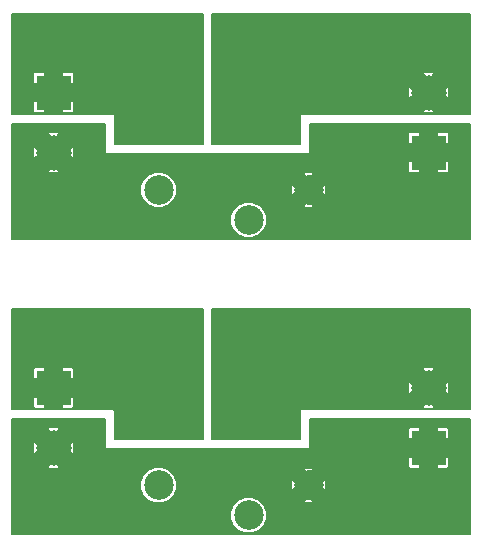
<source format=gbl>
%MOIN*%
%OFA0B0*%
%FSLAX46Y46*%
%IPPOS*%
%LPD*%
%ADD10C,0.0039370078740157488*%
%ADD11R,0.11811023622047245X0.11811023622047245*%
%ADD12C,0.11811023622047245*%
%ADD13C,0.0984*%
%ADD14C,0.023622047244094488*%
%ADD15C,0.0066929133858267724*%
%ADD26C,0.0039370078740157488*%
%ADD27R,0.11811023622047245X0.11811023622047245*%
%ADD28C,0.11811023622047245*%
%ADD29C,0.0984*%
%ADD30C,0.023622047244094488*%
%ADD31C,0.0066929133858267724*%
%LPD*%
G01G01*
D10*
D11*
X-0005000000Y0003425196D02*
X0001400000Y0000400196D03*
D12*
X0001400000Y0000600196D03*
D11*
X0000150000Y0000600196D03*
D12*
X0000150000Y0000400196D03*
D13*
X0001000000Y0000275196D03*
X0000799999Y0000175196D03*
X0000499999Y0000275196D03*
D14*
X0000574999Y0000450196D03*
X0000549999Y0000450196D03*
X0000525000Y0000450196D03*
X0000499999Y0000450196D03*
X0000474999Y0000450196D03*
X0000450000Y0000450196D03*
X0000424999Y0000450196D03*
X0000399999Y0000450196D03*
X0000375000Y0000450196D03*
X0000375000Y0000475196D03*
X0000375000Y0000500196D03*
X0000375000Y0000525196D03*
X0000375000Y0000550196D03*
X0000375000Y0000575196D03*
X0000375000Y0000600196D03*
X0000375000Y0000625196D03*
X0000375000Y0000650196D03*
X0000375000Y0000675196D03*
X0000375000Y0000700196D03*
X0000375000Y0000725196D03*
X0000375000Y0000750196D03*
X0000600000Y0000450196D03*
X0000625000Y0000450196D03*
X0000399999Y0000750196D03*
X0000549999Y0000750196D03*
X0000525000Y0000750196D03*
X0000499999Y0000750196D03*
X0000474999Y0000750196D03*
X0000450000Y0000750196D03*
X0000424999Y0000750196D03*
X0000574999Y0000750196D03*
X0000600000Y0000750196D03*
X0000625000Y0000750196D03*
X0000925000Y0000700196D03*
X0000900000Y0000700196D03*
X0000900000Y0000500196D03*
X0000949999Y0000475196D03*
X0000949999Y0000500196D03*
X0000925000Y0000500196D03*
X0000900000Y0000475196D03*
X0000925000Y0000475196D03*
X0000949999Y0000450196D03*
X0000925000Y0000450196D03*
X0000900000Y0000450196D03*
X0000874999Y0000450196D03*
X0000850000Y0000450196D03*
X0000799999Y0000450196D03*
X0000825000Y0000450196D03*
X0000949999Y0000700196D03*
X0000949999Y0000725196D03*
X0000925000Y0000725196D03*
X0000900000Y0000725196D03*
X0000949999Y0000750196D03*
X0000799999Y0000750196D03*
X0000825000Y0000750196D03*
X0000850000Y0000750196D03*
X0000874999Y0000750196D03*
X0000900000Y0000750196D03*
X0000925000Y0000750196D03*
X0000775000Y0000450196D03*
X0000750000Y0000450196D03*
X0000775000Y0000750196D03*
X0000750000Y0000750196D03*
D15*
G36*
X0001537007Y0000528543D02*
X0000974999Y0000528543D01*
X0000973698Y0000528279D01*
X0000972601Y0000527530D01*
X0000971882Y0000526413D01*
X0000971653Y0000525196D01*
X0000971653Y0000428543D01*
X0000678346Y0000428543D01*
X0000678346Y0000536052D01*
X0001377614Y0000536052D01*
X0001386292Y0000531095D01*
X0001413707Y0000531095D01*
X0001422385Y0000536052D01*
X0001400000Y0000558438D01*
X0001377614Y0000536052D01*
X0000678346Y0000536052D01*
X0000678346Y0000613904D01*
X0001330898Y0000613904D01*
X0001330898Y0000586489D01*
X0001335855Y0000577810D01*
X0001358241Y0000600196D01*
X0001441758Y0000600196D01*
X0001464144Y0000577810D01*
X0001469101Y0000586489D01*
X0001469101Y0000613904D01*
X0001464144Y0000622582D01*
X0001441758Y0000600196D01*
X0001358241Y0000600196D01*
X0001335855Y0000622582D01*
X0001330898Y0000613904D01*
X0000678346Y0000613904D01*
X0000678346Y0000664341D01*
X0001377614Y0000664341D01*
X0001400000Y0000641955D01*
X0001422385Y0000664341D01*
X0001413707Y0000669298D01*
X0001386292Y0000669298D01*
X0001377614Y0000664341D01*
X0000678346Y0000664341D01*
X0000678346Y0000862204D01*
X0001537007Y0000862204D01*
X0001537007Y0000528543D01*
X0001537007Y0000528543D01*
G37*
X0001537007Y0000528543D02*
X0000974999Y0000528543D01*
X0000973698Y0000528279D01*
X0000972601Y0000527530D01*
X0000971882Y0000526413D01*
X0000971653Y0000525196D01*
X0000971653Y0000428543D01*
X0000678346Y0000428543D01*
X0000678346Y0000536052D01*
X0001377614Y0000536052D01*
X0001386292Y0000531095D01*
X0001413707Y0000531095D01*
X0001422385Y0000536052D01*
X0001400000Y0000558438D01*
X0001377614Y0000536052D01*
X0000678346Y0000536052D01*
X0000678346Y0000613904D01*
X0001330898Y0000613904D01*
X0001330898Y0000586489D01*
X0001335855Y0000577810D01*
X0001358241Y0000600196D01*
X0001441758Y0000600196D01*
X0001464144Y0000577810D01*
X0001469101Y0000586489D01*
X0001469101Y0000613904D01*
X0001464144Y0000622582D01*
X0001441758Y0000600196D01*
X0001358241Y0000600196D01*
X0001335855Y0000622582D01*
X0001330898Y0000613904D01*
X0000678346Y0000613904D01*
X0000678346Y0000664341D01*
X0001377614Y0000664341D01*
X0001400000Y0000641955D01*
X0001422385Y0000664341D01*
X0001413707Y0000669298D01*
X0001386292Y0000669298D01*
X0001377614Y0000664341D01*
X0000678346Y0000664341D01*
X0000678346Y0000862204D01*
X0001537007Y0000862204D01*
X0001537007Y0000528543D01*
G36*
X0000646653Y0000428543D02*
X0000353346Y0000428543D01*
X0000353346Y0000525196D01*
X0000353082Y0000526498D01*
X0000352333Y0000527595D01*
X0000351216Y0000528314D01*
X0000349999Y0000528543D01*
X0000012992Y0000528543D01*
X0000012992Y0000568159D01*
X0000080905Y0000568159D01*
X0000080905Y0000539144D01*
X0000082433Y0000535454D01*
X0000085257Y0000532630D01*
X0000088947Y0000531102D01*
X0000117962Y0000531102D01*
X0000120472Y0000533612D01*
X0000120472Y0000570669D01*
X0000179527Y0000570669D01*
X0000179527Y0000533612D01*
X0000182037Y0000531102D01*
X0000211052Y0000531102D01*
X0000214741Y0000532630D01*
X0000217566Y0000535454D01*
X0000219094Y0000539144D01*
X0000219094Y0000568159D01*
X0000216584Y0000570669D01*
X0000179527Y0000570669D01*
X0000120472Y0000570669D01*
X0000083415Y0000570669D01*
X0000080905Y0000568159D01*
X0000012992Y0000568159D01*
X0000012992Y0000661248D01*
X0000080905Y0000661248D01*
X0000080905Y0000632234D01*
X0000083415Y0000629724D01*
X0000120472Y0000629724D01*
X0000120472Y0000666781D01*
X0000179527Y0000666781D01*
X0000179527Y0000629724D01*
X0000216584Y0000629724D01*
X0000219094Y0000632234D01*
X0000219094Y0000661248D01*
X0000217566Y0000664938D01*
X0000214741Y0000667762D01*
X0000211052Y0000669291D01*
X0000182037Y0000669291D01*
X0000179527Y0000666781D01*
X0000120472Y0000666781D01*
X0000117962Y0000669291D01*
X0000088947Y0000669291D01*
X0000085257Y0000667762D01*
X0000082433Y0000664938D01*
X0000080905Y0000661248D01*
X0000012992Y0000661248D01*
X0000012992Y0000862204D01*
X0000646653Y0000862204D01*
X0000646653Y0000428543D01*
X0000646653Y0000428543D01*
G37*
X0000646653Y0000428543D02*
X0000353346Y0000428543D01*
X0000353346Y0000525196D01*
X0000353082Y0000526498D01*
X0000352333Y0000527595D01*
X0000351216Y0000528314D01*
X0000349999Y0000528543D01*
X0000012992Y0000528543D01*
X0000012992Y0000568159D01*
X0000080905Y0000568159D01*
X0000080905Y0000539144D01*
X0000082433Y0000535454D01*
X0000085257Y0000532630D01*
X0000088947Y0000531102D01*
X0000117962Y0000531102D01*
X0000120472Y0000533612D01*
X0000120472Y0000570669D01*
X0000179527Y0000570669D01*
X0000179527Y0000533612D01*
X0000182037Y0000531102D01*
X0000211052Y0000531102D01*
X0000214741Y0000532630D01*
X0000217566Y0000535454D01*
X0000219094Y0000539144D01*
X0000219094Y0000568159D01*
X0000216584Y0000570669D01*
X0000179527Y0000570669D01*
X0000120472Y0000570669D01*
X0000083415Y0000570669D01*
X0000080905Y0000568159D01*
X0000012992Y0000568159D01*
X0000012992Y0000661248D01*
X0000080905Y0000661248D01*
X0000080905Y0000632234D01*
X0000083415Y0000629724D01*
X0000120472Y0000629724D01*
X0000120472Y0000666781D01*
X0000179527Y0000666781D01*
X0000179527Y0000629724D01*
X0000216584Y0000629724D01*
X0000219094Y0000632234D01*
X0000219094Y0000661248D01*
X0000217566Y0000664938D01*
X0000214741Y0000667762D01*
X0000211052Y0000669291D01*
X0000182037Y0000669291D01*
X0000179527Y0000666781D01*
X0000120472Y0000666781D01*
X0000117962Y0000669291D01*
X0000088947Y0000669291D01*
X0000085257Y0000667762D01*
X0000082433Y0000664938D01*
X0000080905Y0000661248D01*
X0000012992Y0000661248D01*
X0000012992Y0000862204D01*
X0000646653Y0000862204D01*
X0000646653Y0000428543D01*
G36*
X0000321653Y0000400196D02*
X0000321917Y0000398894D01*
X0000322666Y0000397798D01*
X0000323783Y0000397079D01*
X0000324999Y0000396850D01*
X0001000000Y0000396850D01*
X0001001301Y0000397114D01*
X0001002398Y0000397863D01*
X0001003117Y0000398980D01*
X0001003346Y0000400196D01*
X0001003346Y0000461248D01*
X0001330905Y0000461248D01*
X0001330905Y0000432234D01*
X0001333415Y0000429724D01*
X0001370472Y0000429724D01*
X0001370472Y0000466781D01*
X0001429527Y0000466781D01*
X0001429527Y0000429724D01*
X0001466584Y0000429724D01*
X0001469094Y0000432234D01*
X0001469094Y0000461248D01*
X0001467566Y0000464938D01*
X0001464741Y0000467762D01*
X0001461052Y0000469291D01*
X0001432037Y0000469291D01*
X0001429527Y0000466781D01*
X0001370472Y0000466781D01*
X0001367962Y0000469291D01*
X0001338947Y0000469291D01*
X0001335257Y0000467762D01*
X0001332433Y0000464938D01*
X0001330905Y0000461248D01*
X0001003346Y0000461248D01*
X0001003346Y0000496850D01*
X0001537007Y0000496850D01*
X0001537007Y0000113188D01*
X0000012992Y0000113188D01*
X0000012992Y0000163231D01*
X0000739569Y0000163231D01*
X0000748748Y0000141016D01*
X0000765729Y0000124004D01*
X0000787928Y0000114786D01*
X0000811965Y0000114765D01*
X0000834180Y0000123944D01*
X0000851192Y0000140926D01*
X0000860409Y0000163125D01*
X0000860430Y0000187162D01*
X0000851251Y0000209377D01*
X0000839901Y0000220747D01*
X0000980340Y0000220747D01*
X0000987477Y0000216109D01*
X0001011042Y0000215814D01*
X0001012522Y0000216109D01*
X0001019659Y0000220747D01*
X0001000000Y0000240407D01*
X0000980340Y0000220747D01*
X0000839901Y0000220747D01*
X0000834270Y0000226388D01*
X0000812071Y0000235606D01*
X0000788034Y0000235627D01*
X0000765819Y0000226448D01*
X0000748807Y0000209466D01*
X0000739590Y0000187267D01*
X0000739569Y0000163231D01*
X0000012992Y0000163231D01*
X0000012992Y0000263231D01*
X0000439569Y0000263231D01*
X0000448748Y0000241016D01*
X0000465729Y0000224004D01*
X0000487928Y0000214786D01*
X0000511965Y0000214765D01*
X0000534180Y0000223945D01*
X0000551192Y0000240926D01*
X0000560409Y0000263125D01*
X0000560410Y0000264154D01*
X0000940618Y0000264154D01*
X0000940912Y0000262674D01*
X0000945550Y0000255536D01*
X0000965210Y0000275196D01*
X0001034789Y0000275196D01*
X0001054449Y0000255536D01*
X0001059087Y0000262674D01*
X0001059381Y0000286239D01*
X0001059087Y0000287719D01*
X0001054449Y0000294856D01*
X0001034789Y0000275196D01*
X0000965210Y0000275196D01*
X0000945550Y0000294856D01*
X0000940912Y0000287719D01*
X0000940618Y0000264154D01*
X0000560410Y0000264154D01*
X0000560430Y0000287162D01*
X0000551251Y0000309377D01*
X0000534270Y0000326388D01*
X0000526425Y0000329646D01*
X0000980340Y0000329646D01*
X0001000000Y0000309986D01*
X0001019659Y0000329646D01*
X0001012522Y0000334284D01*
X0000988957Y0000334578D01*
X0000987477Y0000334284D01*
X0000980340Y0000329646D01*
X0000526425Y0000329646D01*
X0000512071Y0000335606D01*
X0000488034Y0000335627D01*
X0000465819Y0000326448D01*
X0000448807Y0000309466D01*
X0000439590Y0000287267D01*
X0000439569Y0000263231D01*
X0000012992Y0000263231D01*
X0000012992Y0000336052D01*
X0000127614Y0000336052D01*
X0000136292Y0000331095D01*
X0000163707Y0000331095D01*
X0000172385Y0000336052D01*
X0000150000Y0000358438D01*
X0000127614Y0000336052D01*
X0000012992Y0000336052D01*
X0000012992Y0000368159D01*
X0001330905Y0000368159D01*
X0001330905Y0000339144D01*
X0001332433Y0000335454D01*
X0001335257Y0000332630D01*
X0001338947Y0000331102D01*
X0001367962Y0000331102D01*
X0001370472Y0000333612D01*
X0001370472Y0000370669D01*
X0001429527Y0000370669D01*
X0001429527Y0000333612D01*
X0001432037Y0000331102D01*
X0001461052Y0000331102D01*
X0001464741Y0000332630D01*
X0001467566Y0000335454D01*
X0001469094Y0000339144D01*
X0001469094Y0000368159D01*
X0001466584Y0000370669D01*
X0001429527Y0000370669D01*
X0001370472Y0000370669D01*
X0001333415Y0000370669D01*
X0001330905Y0000368159D01*
X0000012992Y0000368159D01*
X0000012992Y0000413904D01*
X0000080898Y0000413904D01*
X0000080898Y0000386489D01*
X0000085855Y0000377810D01*
X0000108241Y0000400196D01*
X0000191758Y0000400196D01*
X0000214144Y0000377810D01*
X0000219101Y0000386489D01*
X0000219101Y0000413904D01*
X0000214144Y0000422582D01*
X0000191758Y0000400196D01*
X0000108241Y0000400196D01*
X0000085855Y0000422582D01*
X0000080898Y0000413904D01*
X0000012992Y0000413904D01*
X0000012992Y0000464341D01*
X0000127614Y0000464341D01*
X0000150000Y0000441955D01*
X0000172385Y0000464341D01*
X0000163707Y0000469298D01*
X0000136292Y0000469298D01*
X0000127614Y0000464341D01*
X0000012992Y0000464341D01*
X0000012992Y0000496850D01*
X0000321653Y0000496850D01*
X0000321653Y0000400196D01*
X0000321653Y0000400196D01*
G37*
X0000321653Y0000400196D02*
X0000321917Y0000398894D01*
X0000322666Y0000397798D01*
X0000323783Y0000397079D01*
X0000324999Y0000396850D01*
X0001000000Y0000396850D01*
X0001001301Y0000397114D01*
X0001002398Y0000397863D01*
X0001003117Y0000398980D01*
X0001003346Y0000400196D01*
X0001003346Y0000461248D01*
X0001330905Y0000461248D01*
X0001330905Y0000432234D01*
X0001333415Y0000429724D01*
X0001370472Y0000429724D01*
X0001370472Y0000466781D01*
X0001429527Y0000466781D01*
X0001429527Y0000429724D01*
X0001466584Y0000429724D01*
X0001469094Y0000432234D01*
X0001469094Y0000461248D01*
X0001467566Y0000464938D01*
X0001464741Y0000467762D01*
X0001461052Y0000469291D01*
X0001432037Y0000469291D01*
X0001429527Y0000466781D01*
X0001370472Y0000466781D01*
X0001367962Y0000469291D01*
X0001338947Y0000469291D01*
X0001335257Y0000467762D01*
X0001332433Y0000464938D01*
X0001330905Y0000461248D01*
X0001003346Y0000461248D01*
X0001003346Y0000496850D01*
X0001537007Y0000496850D01*
X0001537007Y0000113188D01*
X0000012992Y0000113188D01*
X0000012992Y0000163231D01*
X0000739569Y0000163231D01*
X0000748748Y0000141016D01*
X0000765729Y0000124004D01*
X0000787928Y0000114786D01*
X0000811965Y0000114765D01*
X0000834180Y0000123944D01*
X0000851192Y0000140926D01*
X0000860409Y0000163125D01*
X0000860430Y0000187162D01*
X0000851251Y0000209377D01*
X0000839901Y0000220747D01*
X0000980340Y0000220747D01*
X0000987477Y0000216109D01*
X0001011042Y0000215814D01*
X0001012522Y0000216109D01*
X0001019659Y0000220747D01*
X0001000000Y0000240407D01*
X0000980340Y0000220747D01*
X0000839901Y0000220747D01*
X0000834270Y0000226388D01*
X0000812071Y0000235606D01*
X0000788034Y0000235627D01*
X0000765819Y0000226448D01*
X0000748807Y0000209466D01*
X0000739590Y0000187267D01*
X0000739569Y0000163231D01*
X0000012992Y0000163231D01*
X0000012992Y0000263231D01*
X0000439569Y0000263231D01*
X0000448748Y0000241016D01*
X0000465729Y0000224004D01*
X0000487928Y0000214786D01*
X0000511965Y0000214765D01*
X0000534180Y0000223945D01*
X0000551192Y0000240926D01*
X0000560409Y0000263125D01*
X0000560410Y0000264154D01*
X0000940618Y0000264154D01*
X0000940912Y0000262674D01*
X0000945550Y0000255536D01*
X0000965210Y0000275196D01*
X0001034789Y0000275196D01*
X0001054449Y0000255536D01*
X0001059087Y0000262674D01*
X0001059381Y0000286239D01*
X0001059087Y0000287719D01*
X0001054449Y0000294856D01*
X0001034789Y0000275196D01*
X0000965210Y0000275196D01*
X0000945550Y0000294856D01*
X0000940912Y0000287719D01*
X0000940618Y0000264154D01*
X0000560410Y0000264154D01*
X0000560430Y0000287162D01*
X0000551251Y0000309377D01*
X0000534270Y0000326388D01*
X0000526425Y0000329646D01*
X0000980340Y0000329646D01*
X0001000000Y0000309986D01*
X0001019659Y0000329646D01*
X0001012522Y0000334284D01*
X0000988957Y0000334578D01*
X0000987477Y0000334284D01*
X0000980340Y0000329646D01*
X0000526425Y0000329646D01*
X0000512071Y0000335606D01*
X0000488034Y0000335627D01*
X0000465819Y0000326448D01*
X0000448807Y0000309466D01*
X0000439590Y0000287267D01*
X0000439569Y0000263231D01*
X0000012992Y0000263231D01*
X0000012992Y0000336052D01*
X0000127614Y0000336052D01*
X0000136292Y0000331095D01*
X0000163707Y0000331095D01*
X0000172385Y0000336052D01*
X0000150000Y0000358438D01*
X0000127614Y0000336052D01*
X0000012992Y0000336052D01*
X0000012992Y0000368159D01*
X0001330905Y0000368159D01*
X0001330905Y0000339144D01*
X0001332433Y0000335454D01*
X0001335257Y0000332630D01*
X0001338947Y0000331102D01*
X0001367962Y0000331102D01*
X0001370472Y0000333612D01*
X0001370472Y0000370669D01*
X0001429527Y0000370669D01*
X0001429527Y0000333612D01*
X0001432037Y0000331102D01*
X0001461052Y0000331102D01*
X0001464741Y0000332630D01*
X0001467566Y0000335454D01*
X0001469094Y0000339144D01*
X0001469094Y0000368159D01*
X0001466584Y0000370669D01*
X0001429527Y0000370669D01*
X0001370472Y0000370669D01*
X0001333415Y0000370669D01*
X0001330905Y0000368159D01*
X0000012992Y0000368159D01*
X0000012992Y0000413904D01*
X0000080898Y0000413904D01*
X0000080898Y0000386489D01*
X0000085855Y0000377810D01*
X0000108241Y0000400196D01*
X0000191758Y0000400196D01*
X0000214144Y0000377810D01*
X0000219101Y0000386489D01*
X0000219101Y0000413904D01*
X0000214144Y0000422582D01*
X0000191758Y0000400196D01*
X0000108241Y0000400196D01*
X0000085855Y0000422582D01*
X0000080898Y0000413904D01*
X0000012992Y0000413904D01*
X0000012992Y0000464341D01*
X0000127614Y0000464341D01*
X0000150000Y0000441955D01*
X0000172385Y0000464341D01*
X0000163707Y0000469298D01*
X0000136292Y0000469298D01*
X0000127614Y0000464341D01*
X0000012992Y0000464341D01*
X0000012992Y0000496850D01*
X0000321653Y0000496850D01*
X0000321653Y0000400196D01*
G04 next file*
G04 #@! TF.FileFunction,Copper,L2,Bot,Signal*
G04 Gerber Fmt 4.6, Leading zero omitted, Abs format (unit mm)*
G04 Created by KiCad (PCBNEW 4.0.4-stable) date Thu Oct  6 13:32:55 2016*
G01G01*
G04 APERTURE LIST*
G04 APERTURE END LIST*
D26*
D27*
X-0005000000Y0004409448D02*
X0001400000Y0001384448D03*
D28*
X0001400000Y0001584448D03*
D27*
X0000150000Y0001584448D03*
D28*
X0000150000Y0001384448D03*
D29*
X0001000000Y0001259448D03*
X0000799999Y0001159448D03*
X0000499999Y0001259448D03*
D30*
X0000574999Y0001434448D03*
X0000549999Y0001434448D03*
X0000525000Y0001434448D03*
X0000499999Y0001434448D03*
X0000474999Y0001434448D03*
X0000450000Y0001434448D03*
X0000424999Y0001434448D03*
X0000399999Y0001434448D03*
X0000375000Y0001434448D03*
X0000375000Y0001459448D03*
X0000375000Y0001484448D03*
X0000375000Y0001509448D03*
X0000375000Y0001534448D03*
X0000375000Y0001559448D03*
X0000375000Y0001584448D03*
X0000375000Y0001609448D03*
X0000375000Y0001634448D03*
X0000375000Y0001659448D03*
X0000375000Y0001684448D03*
X0000375000Y0001709448D03*
X0000375000Y0001734448D03*
X0000600000Y0001434448D03*
X0000625000Y0001434448D03*
X0000399999Y0001734448D03*
X0000549999Y0001734448D03*
X0000525000Y0001734448D03*
X0000499999Y0001734448D03*
X0000474999Y0001734448D03*
X0000450000Y0001734448D03*
X0000424999Y0001734448D03*
X0000574999Y0001734448D03*
X0000600000Y0001734448D03*
X0000625000Y0001734448D03*
X0000925000Y0001684448D03*
X0000900000Y0001684448D03*
X0000900000Y0001484448D03*
X0000949999Y0001459448D03*
X0000949999Y0001484448D03*
X0000925000Y0001484448D03*
X0000900000Y0001459448D03*
X0000925000Y0001459448D03*
X0000949999Y0001434448D03*
X0000925000Y0001434448D03*
X0000900000Y0001434448D03*
X0000874999Y0001434448D03*
X0000850000Y0001434448D03*
X0000799999Y0001434448D03*
X0000825000Y0001434448D03*
X0000949999Y0001684448D03*
X0000949999Y0001709448D03*
X0000925000Y0001709448D03*
X0000900000Y0001709448D03*
X0000949999Y0001734448D03*
X0000799999Y0001734448D03*
X0000825000Y0001734448D03*
X0000850000Y0001734448D03*
X0000874999Y0001734448D03*
X0000900000Y0001734448D03*
X0000925000Y0001734448D03*
X0000775000Y0001434448D03*
X0000750000Y0001434448D03*
X0000775000Y0001734448D03*
X0000750000Y0001734448D03*
D31*
G36*
X0001537007Y0001512795D02*
X0000974999Y0001512795D01*
X0000973698Y0001512531D01*
X0000972601Y0001511782D01*
X0000971882Y0001510665D01*
X0000971653Y0001509448D01*
X0000971653Y0001412795D01*
X0000678346Y0001412795D01*
X0000678346Y0001520304D01*
X0001377614Y0001520304D01*
X0001386292Y0001515347D01*
X0001413707Y0001515347D01*
X0001422385Y0001520304D01*
X0001400000Y0001542690D01*
X0001377614Y0001520304D01*
X0000678346Y0001520304D01*
X0000678346Y0001598156D01*
X0001330898Y0001598156D01*
X0001330898Y0001570741D01*
X0001335855Y0001562062D01*
X0001358241Y0001584448D01*
X0001441758Y0001584448D01*
X0001464144Y0001562062D01*
X0001469101Y0001570741D01*
X0001469101Y0001598156D01*
X0001464144Y0001606834D01*
X0001441758Y0001584448D01*
X0001358241Y0001584448D01*
X0001335855Y0001606834D01*
X0001330898Y0001598156D01*
X0000678346Y0001598156D01*
X0000678346Y0001648592D01*
X0001377614Y0001648592D01*
X0001400000Y0001626207D01*
X0001422385Y0001648592D01*
X0001413707Y0001653550D01*
X0001386292Y0001653550D01*
X0001377614Y0001648592D01*
X0000678346Y0001648592D01*
X0000678346Y0001846456D01*
X0001537007Y0001846456D01*
X0001537007Y0001512795D01*
X0001537007Y0001512795D01*
G37*
X0001537007Y0001512795D02*
X0000974999Y0001512795D01*
X0000973698Y0001512531D01*
X0000972601Y0001511782D01*
X0000971882Y0001510665D01*
X0000971653Y0001509448D01*
X0000971653Y0001412795D01*
X0000678346Y0001412795D01*
X0000678346Y0001520304D01*
X0001377614Y0001520304D01*
X0001386292Y0001515347D01*
X0001413707Y0001515347D01*
X0001422385Y0001520304D01*
X0001400000Y0001542690D01*
X0001377614Y0001520304D01*
X0000678346Y0001520304D01*
X0000678346Y0001598156D01*
X0001330898Y0001598156D01*
X0001330898Y0001570741D01*
X0001335855Y0001562062D01*
X0001358241Y0001584448D01*
X0001441758Y0001584448D01*
X0001464144Y0001562062D01*
X0001469101Y0001570741D01*
X0001469101Y0001598156D01*
X0001464144Y0001606834D01*
X0001441758Y0001584448D01*
X0001358241Y0001584448D01*
X0001335855Y0001606834D01*
X0001330898Y0001598156D01*
X0000678346Y0001598156D01*
X0000678346Y0001648592D01*
X0001377614Y0001648592D01*
X0001400000Y0001626207D01*
X0001422385Y0001648592D01*
X0001413707Y0001653550D01*
X0001386292Y0001653550D01*
X0001377614Y0001648592D01*
X0000678346Y0001648592D01*
X0000678346Y0001846456D01*
X0001537007Y0001846456D01*
X0001537007Y0001512795D01*
G36*
X0000646653Y0001412795D02*
X0000353346Y0001412795D01*
X0000353346Y0001509448D01*
X0000353082Y0001510750D01*
X0000352333Y0001511847D01*
X0000351216Y0001512566D01*
X0000349999Y0001512795D01*
X0000012992Y0001512795D01*
X0000012992Y0001552411D01*
X0000080905Y0001552411D01*
X0000080905Y0001523396D01*
X0000082433Y0001519706D01*
X0000085257Y0001516882D01*
X0000088947Y0001515354D01*
X0000117962Y0001515354D01*
X0000120472Y0001517864D01*
X0000120472Y0001554921D01*
X0000179527Y0001554921D01*
X0000179527Y0001517864D01*
X0000182037Y0001515354D01*
X0000211052Y0001515354D01*
X0000214741Y0001516882D01*
X0000217566Y0001519706D01*
X0000219094Y0001523396D01*
X0000219094Y0001552411D01*
X0000216584Y0001554921D01*
X0000179527Y0001554921D01*
X0000120472Y0001554921D01*
X0000083415Y0001554921D01*
X0000080905Y0001552411D01*
X0000012992Y0001552411D01*
X0000012992Y0001645500D01*
X0000080905Y0001645500D01*
X0000080905Y0001616486D01*
X0000083415Y0001613976D01*
X0000120472Y0001613976D01*
X0000120472Y0001651033D01*
X0000179527Y0001651033D01*
X0000179527Y0001613976D01*
X0000216584Y0001613976D01*
X0000219094Y0001616486D01*
X0000219094Y0001645500D01*
X0000217566Y0001649190D01*
X0000214741Y0001652014D01*
X0000211052Y0001653543D01*
X0000182037Y0001653543D01*
X0000179527Y0001651033D01*
X0000120472Y0001651033D01*
X0000117962Y0001653543D01*
X0000088947Y0001653543D01*
X0000085257Y0001652014D01*
X0000082433Y0001649190D01*
X0000080905Y0001645500D01*
X0000012992Y0001645500D01*
X0000012992Y0001846456D01*
X0000646653Y0001846456D01*
X0000646653Y0001412795D01*
X0000646653Y0001412795D01*
G37*
X0000646653Y0001412795D02*
X0000353346Y0001412795D01*
X0000353346Y0001509448D01*
X0000353082Y0001510750D01*
X0000352333Y0001511847D01*
X0000351216Y0001512566D01*
X0000349999Y0001512795D01*
X0000012992Y0001512795D01*
X0000012992Y0001552411D01*
X0000080905Y0001552411D01*
X0000080905Y0001523396D01*
X0000082433Y0001519706D01*
X0000085257Y0001516882D01*
X0000088947Y0001515354D01*
X0000117962Y0001515354D01*
X0000120472Y0001517864D01*
X0000120472Y0001554921D01*
X0000179527Y0001554921D01*
X0000179527Y0001517864D01*
X0000182037Y0001515354D01*
X0000211052Y0001515354D01*
X0000214741Y0001516882D01*
X0000217566Y0001519706D01*
X0000219094Y0001523396D01*
X0000219094Y0001552411D01*
X0000216584Y0001554921D01*
X0000179527Y0001554921D01*
X0000120472Y0001554921D01*
X0000083415Y0001554921D01*
X0000080905Y0001552411D01*
X0000012992Y0001552411D01*
X0000012992Y0001645500D01*
X0000080905Y0001645500D01*
X0000080905Y0001616486D01*
X0000083415Y0001613976D01*
X0000120472Y0001613976D01*
X0000120472Y0001651033D01*
X0000179527Y0001651033D01*
X0000179527Y0001613976D01*
X0000216584Y0001613976D01*
X0000219094Y0001616486D01*
X0000219094Y0001645500D01*
X0000217566Y0001649190D01*
X0000214741Y0001652014D01*
X0000211052Y0001653543D01*
X0000182037Y0001653543D01*
X0000179527Y0001651033D01*
X0000120472Y0001651033D01*
X0000117962Y0001653543D01*
X0000088947Y0001653543D01*
X0000085257Y0001652014D01*
X0000082433Y0001649190D01*
X0000080905Y0001645500D01*
X0000012992Y0001645500D01*
X0000012992Y0001846456D01*
X0000646653Y0001846456D01*
X0000646653Y0001412795D01*
G36*
X0000321653Y0001384448D02*
X0000321917Y0001383146D01*
X0000322666Y0001382050D01*
X0000323783Y0001381331D01*
X0000324999Y0001381102D01*
X0001000000Y0001381102D01*
X0001001301Y0001381366D01*
X0001002398Y0001382115D01*
X0001003117Y0001383232D01*
X0001003346Y0001384448D01*
X0001003346Y0001445500D01*
X0001330905Y0001445500D01*
X0001330905Y0001416486D01*
X0001333415Y0001413976D01*
X0001370472Y0001413976D01*
X0001370472Y0001451033D01*
X0001429527Y0001451033D01*
X0001429527Y0001413976D01*
X0001466584Y0001413976D01*
X0001469094Y0001416486D01*
X0001469094Y0001445500D01*
X0001467566Y0001449190D01*
X0001464741Y0001452014D01*
X0001461052Y0001453543D01*
X0001432037Y0001453543D01*
X0001429527Y0001451033D01*
X0001370472Y0001451033D01*
X0001367962Y0001453543D01*
X0001338947Y0001453543D01*
X0001335257Y0001452014D01*
X0001332433Y0001449190D01*
X0001330905Y0001445500D01*
X0001003346Y0001445500D01*
X0001003346Y0001481102D01*
X0001537007Y0001481102D01*
X0001537007Y0001097440D01*
X0000012992Y0001097440D01*
X0000012992Y0001147483D01*
X0000739569Y0001147483D01*
X0000748748Y0001125268D01*
X0000765729Y0001108256D01*
X0000787928Y0001099038D01*
X0000811965Y0001099017D01*
X0000834180Y0001108196D01*
X0000851192Y0001125178D01*
X0000860409Y0001147377D01*
X0000860430Y0001171414D01*
X0000851251Y0001193629D01*
X0000839901Y0001204999D01*
X0000980340Y0001204999D01*
X0000987477Y0001200361D01*
X0001011042Y0001200066D01*
X0001012522Y0001200361D01*
X0001019659Y0001204999D01*
X0001000000Y0001224659D01*
X0000980340Y0001204999D01*
X0000839901Y0001204999D01*
X0000834270Y0001210640D01*
X0000812071Y0001219858D01*
X0000788034Y0001219879D01*
X0000765819Y0001210700D01*
X0000748807Y0001193718D01*
X0000739590Y0001171519D01*
X0000739569Y0001147483D01*
X0000012992Y0001147483D01*
X0000012992Y0001247483D01*
X0000439569Y0001247483D01*
X0000448748Y0001225268D01*
X0000465729Y0001208256D01*
X0000487928Y0001199038D01*
X0000511965Y0001199017D01*
X0000534180Y0001208196D01*
X0000551192Y0001225178D01*
X0000560409Y0001247377D01*
X0000560410Y0001248406D01*
X0000940618Y0001248406D01*
X0000940912Y0001246926D01*
X0000945550Y0001239788D01*
X0000965210Y0001259448D01*
X0001034789Y0001259448D01*
X0001054449Y0001239788D01*
X0001059087Y0001246926D01*
X0001059381Y0001270491D01*
X0001059087Y0001271971D01*
X0001054449Y0001279108D01*
X0001034789Y0001259448D01*
X0000965210Y0001259448D01*
X0000945550Y0001279108D01*
X0000940912Y0001271971D01*
X0000940618Y0001248406D01*
X0000560410Y0001248406D01*
X0000560430Y0001271414D01*
X0000551251Y0001293629D01*
X0000534270Y0001310640D01*
X0000526425Y0001313898D01*
X0000980340Y0001313898D01*
X0001000000Y0001294238D01*
X0001019659Y0001313898D01*
X0001012522Y0001318536D01*
X0000988957Y0001318830D01*
X0000987477Y0001318536D01*
X0000980340Y0001313898D01*
X0000526425Y0001313898D01*
X0000512071Y0001319858D01*
X0000488034Y0001319879D01*
X0000465819Y0001310700D01*
X0000448807Y0001293718D01*
X0000439590Y0001271519D01*
X0000439569Y0001247483D01*
X0000012992Y0001247483D01*
X0000012992Y0001320304D01*
X0000127614Y0001320304D01*
X0000136292Y0001315347D01*
X0000163707Y0001315347D01*
X0000172385Y0001320304D01*
X0000150000Y0001342690D01*
X0000127614Y0001320304D01*
X0000012992Y0001320304D01*
X0000012992Y0001352411D01*
X0001330905Y0001352411D01*
X0001330905Y0001323396D01*
X0001332433Y0001319706D01*
X0001335257Y0001316882D01*
X0001338947Y0001315354D01*
X0001367962Y0001315354D01*
X0001370472Y0001317864D01*
X0001370472Y0001354921D01*
X0001429527Y0001354921D01*
X0001429527Y0001317864D01*
X0001432037Y0001315354D01*
X0001461052Y0001315354D01*
X0001464741Y0001316882D01*
X0001467566Y0001319706D01*
X0001469094Y0001323396D01*
X0001469094Y0001352411D01*
X0001466584Y0001354921D01*
X0001429527Y0001354921D01*
X0001370472Y0001354921D01*
X0001333415Y0001354921D01*
X0001330905Y0001352411D01*
X0000012992Y0001352411D01*
X0000012992Y0001398156D01*
X0000080898Y0001398156D01*
X0000080898Y0001370741D01*
X0000085855Y0001362062D01*
X0000108241Y0001384448D01*
X0000191758Y0001384448D01*
X0000214144Y0001362062D01*
X0000219101Y0001370741D01*
X0000219101Y0001398156D01*
X0000214144Y0001406834D01*
X0000191758Y0001384448D01*
X0000108241Y0001384448D01*
X0000085855Y0001406834D01*
X0000080898Y0001398156D01*
X0000012992Y0001398156D01*
X0000012992Y0001448592D01*
X0000127614Y0001448592D01*
X0000150000Y0001426207D01*
X0000172385Y0001448592D01*
X0000163707Y0001453550D01*
X0000136292Y0001453550D01*
X0000127614Y0001448592D01*
X0000012992Y0001448592D01*
X0000012992Y0001481102D01*
X0000321653Y0001481102D01*
X0000321653Y0001384448D01*
X0000321653Y0001384448D01*
G37*
X0000321653Y0001384448D02*
X0000321917Y0001383146D01*
X0000322666Y0001382050D01*
X0000323783Y0001381331D01*
X0000324999Y0001381102D01*
X0001000000Y0001381102D01*
X0001001301Y0001381366D01*
X0001002398Y0001382115D01*
X0001003117Y0001383232D01*
X0001003346Y0001384448D01*
X0001003346Y0001445500D01*
X0001330905Y0001445500D01*
X0001330905Y0001416486D01*
X0001333415Y0001413976D01*
X0001370472Y0001413976D01*
X0001370472Y0001451033D01*
X0001429527Y0001451033D01*
X0001429527Y0001413976D01*
X0001466584Y0001413976D01*
X0001469094Y0001416486D01*
X0001469094Y0001445500D01*
X0001467566Y0001449190D01*
X0001464741Y0001452014D01*
X0001461052Y0001453543D01*
X0001432037Y0001453543D01*
X0001429527Y0001451033D01*
X0001370472Y0001451033D01*
X0001367962Y0001453543D01*
X0001338947Y0001453543D01*
X0001335257Y0001452014D01*
X0001332433Y0001449190D01*
X0001330905Y0001445500D01*
X0001003346Y0001445500D01*
X0001003346Y0001481102D01*
X0001537007Y0001481102D01*
X0001537007Y0001097440D01*
X0000012992Y0001097440D01*
X0000012992Y0001147483D01*
X0000739569Y0001147483D01*
X0000748748Y0001125268D01*
X0000765729Y0001108256D01*
X0000787928Y0001099038D01*
X0000811965Y0001099017D01*
X0000834180Y0001108196D01*
X0000851192Y0001125178D01*
X0000860409Y0001147377D01*
X0000860430Y0001171414D01*
X0000851251Y0001193629D01*
X0000839901Y0001204999D01*
X0000980340Y0001204999D01*
X0000987477Y0001200361D01*
X0001011042Y0001200066D01*
X0001012522Y0001200361D01*
X0001019659Y0001204999D01*
X0001000000Y0001224659D01*
X0000980340Y0001204999D01*
X0000839901Y0001204999D01*
X0000834270Y0001210640D01*
X0000812071Y0001219858D01*
X0000788034Y0001219879D01*
X0000765819Y0001210700D01*
X0000748807Y0001193718D01*
X0000739590Y0001171519D01*
X0000739569Y0001147483D01*
X0000012992Y0001147483D01*
X0000012992Y0001247483D01*
X0000439569Y0001247483D01*
X0000448748Y0001225268D01*
X0000465729Y0001208256D01*
X0000487928Y0001199038D01*
X0000511965Y0001199017D01*
X0000534180Y0001208196D01*
X0000551192Y0001225178D01*
X0000560409Y0001247377D01*
X0000560410Y0001248406D01*
X0000940618Y0001248406D01*
X0000940912Y0001246926D01*
X0000945550Y0001239788D01*
X0000965210Y0001259448D01*
X0001034789Y0001259448D01*
X0001054449Y0001239788D01*
X0001059087Y0001246926D01*
X0001059381Y0001270491D01*
X0001059087Y0001271971D01*
X0001054449Y0001279108D01*
X0001034789Y0001259448D01*
X0000965210Y0001259448D01*
X0000945550Y0001279108D01*
X0000940912Y0001271971D01*
X0000940618Y0001248406D01*
X0000560410Y0001248406D01*
X0000560430Y0001271414D01*
X0000551251Y0001293629D01*
X0000534270Y0001310640D01*
X0000526425Y0001313898D01*
X0000980340Y0001313898D01*
X0001000000Y0001294238D01*
X0001019659Y0001313898D01*
X0001012522Y0001318536D01*
X0000988957Y0001318830D01*
X0000987477Y0001318536D01*
X0000980340Y0001313898D01*
X0000526425Y0001313898D01*
X0000512071Y0001319858D01*
X0000488034Y0001319879D01*
X0000465819Y0001310700D01*
X0000448807Y0001293718D01*
X0000439590Y0001271519D01*
X0000439569Y0001247483D01*
X0000012992Y0001247483D01*
X0000012992Y0001320304D01*
X0000127614Y0001320304D01*
X0000136292Y0001315347D01*
X0000163707Y0001315347D01*
X0000172385Y0001320304D01*
X0000150000Y0001342690D01*
X0000127614Y0001320304D01*
X0000012992Y0001320304D01*
X0000012992Y0001352411D01*
X0001330905Y0001352411D01*
X0001330905Y0001323396D01*
X0001332433Y0001319706D01*
X0001335257Y0001316882D01*
X0001338947Y0001315354D01*
X0001367962Y0001315354D01*
X0001370472Y0001317864D01*
X0001370472Y0001354921D01*
X0001429527Y0001354921D01*
X0001429527Y0001317864D01*
X0001432037Y0001315354D01*
X0001461052Y0001315354D01*
X0001464741Y0001316882D01*
X0001467566Y0001319706D01*
X0001469094Y0001323396D01*
X0001469094Y0001352411D01*
X0001466584Y0001354921D01*
X0001429527Y0001354921D01*
X0001370472Y0001354921D01*
X0001333415Y0001354921D01*
X0001330905Y0001352411D01*
X0000012992Y0001352411D01*
X0000012992Y0001398156D01*
X0000080898Y0001398156D01*
X0000080898Y0001370741D01*
X0000085855Y0001362062D01*
X0000108241Y0001384448D01*
X0000191758Y0001384448D01*
X0000214144Y0001362062D01*
X0000219101Y0001370741D01*
X0000219101Y0001398156D01*
X0000214144Y0001406834D01*
X0000191758Y0001384448D01*
X0000108241Y0001384448D01*
X0000085855Y0001406834D01*
X0000080898Y0001398156D01*
X0000012992Y0001398156D01*
X0000012992Y0001448592D01*
X0000127614Y0001448592D01*
X0000150000Y0001426207D01*
X0000172385Y0001448592D01*
X0000163707Y0001453550D01*
X0000136292Y0001453550D01*
X0000127614Y0001448592D01*
X0000012992Y0001448592D01*
X0000012992Y0001481102D01*
X0000321653Y0001481102D01*
X0000321653Y0001384448D01*
M02*
</source>
